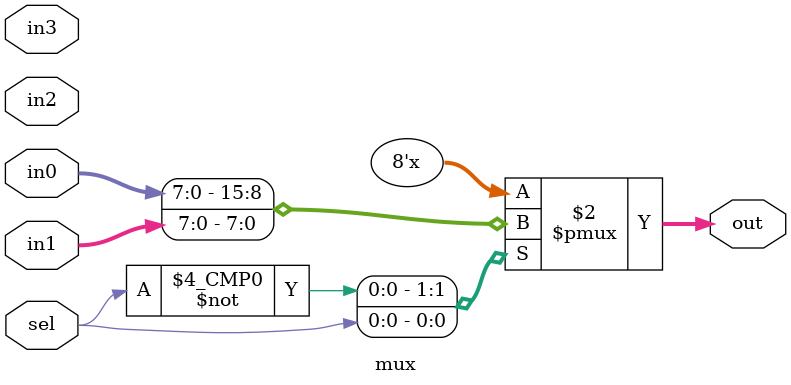
<source format=v>
module mux(input[7:0] in0, in1, in2, in3,
           input sel,
           output reg[7:0] out);
           
always @(*)
  case (sel)
    0: out = in0;
    1: out = in1;
    2: out = in2;
    3: out = in3;
    default: out = 0;
  endcase

endmodule

</source>
